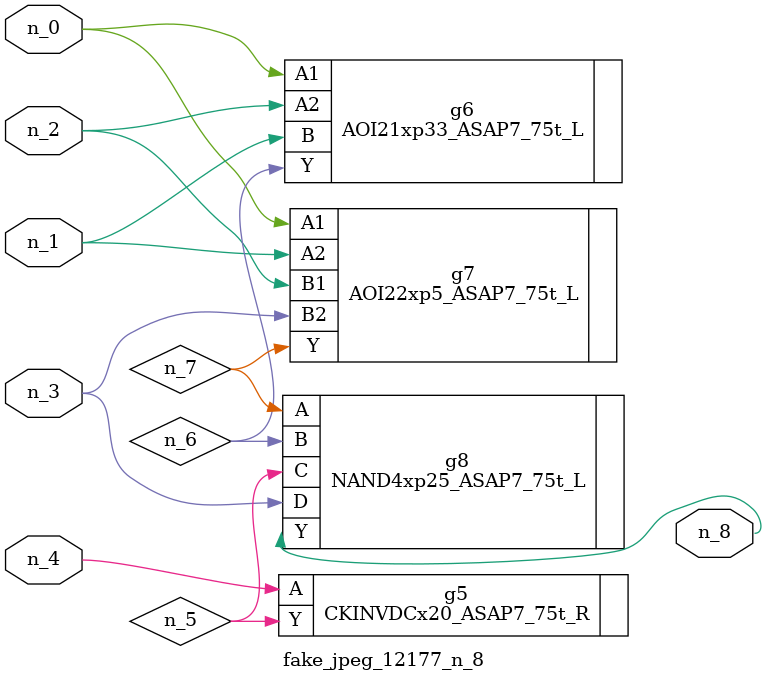
<source format=v>
module fake_jpeg_12177_n_8 (n_3, n_2, n_1, n_0, n_4, n_8);

input n_3;
input n_2;
input n_1;
input n_0;
input n_4;

output n_8;

wire n_6;
wire n_5;
wire n_7;

CKINVDCx20_ASAP7_75t_R g5 ( 
.A(n_4),
.Y(n_5)
);

AOI21xp33_ASAP7_75t_L g6 ( 
.A1(n_0),
.A2(n_2),
.B(n_1),
.Y(n_6)
);

AOI22xp5_ASAP7_75t_L g7 ( 
.A1(n_0),
.A2(n_1),
.B1(n_2),
.B2(n_3),
.Y(n_7)
);

NAND4xp25_ASAP7_75t_L g8 ( 
.A(n_7),
.B(n_6),
.C(n_5),
.D(n_3),
.Y(n_8)
);


endmodule
</source>
